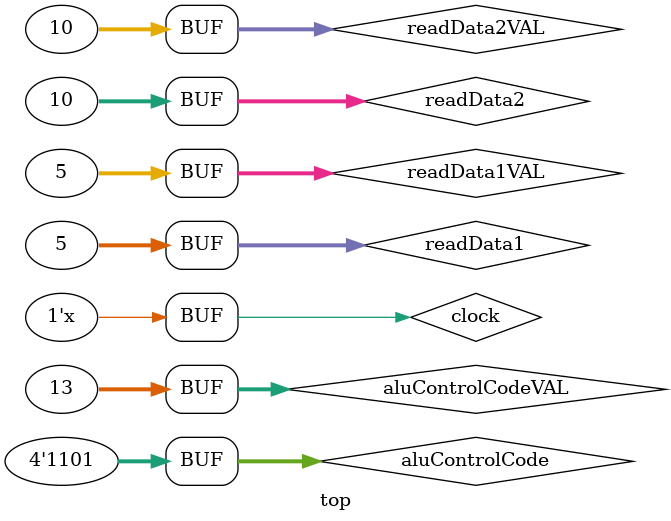
<source format=v>
module top;

    wire [31:0] result;              //ALU result. output from ALU to data cache.
    wire [3:0] aluControlCode;        //ALU control code
    reg clock;                      //clock for entire processor
    wire zeroFlag;                  //zero flag from ALU for use in PC
    wire carryBit;                  //carrybit flag

    wire memWriteFlag;              //flag from Decoder & Control for use in Data Cache
    wire memReadFlag;               //flag from Decoder & Control for use in Data Cache
    wire memToRegFlag;              //flag from Decoder & Control for use in Data Cache
    wire [31:0] readAddress;        //output from PC for use in instruction cache

    wire [31:0] readData;           //doubles as write data for operand prep input
                                    //read data output from data cache

    wire [31:0] instruction;        //instruction value output from instruction cache
    wire unconditionalBranchFlag;   //flag from Decoder & Control for use in PC
    wire branchFlag;                //flag from Decoder & Control for use in PC
    wire aluSRC;                    //flag from Decoder & Control for u1se in ALU
    wire regWriteFlag;              //flag from Decoder & Control for use in PC
    wire [4:0] readRegister1;       //register 1 ID from Decoder & Control to Operand Prep
    wire [4:0] readRegister2;       //register 2 ID from Decoder & Control to Operand Prep
    wire [4:0] writeRegister;       //write register ID from Decoder & Control to Operand Prep

    wire [31:0] readData1;  //input to ALU from operand preperation
    wire [31:0] readData2;  //input to ALU from operand preperation
    wire [31:0] pcOffsetOrig;       //original PC counter. Used in PC and operand preperation. SHOULD THIS BE AN INOUT??Needs to get changed.
    wire [31:0] pcOffsetFilled;     //Sign extended PC offset. NOT SURE HOW THIS IS BEING LINKED
    wire [31:0] pcScaledOffset;     //I DO NOT THINK THAT THIS VARIABLE SHOULD EXIST. SHOULD BE A LOCAL WITHIN PC NOT OUTPUT BACK.


    ALU aluInstance(readData1, readData2, aluControlCode, result, zeroFlag,
        clock, carryBit);
    DataCache dataCacheInstance(memWriteFlag, memReadFlag, memToRegFlag, result,
        readData2, readData, clock);
    Controller controllerInstance(instruction, unconditionalBranchFlag,
        branchFlag, memReadFlag, memToRegFlag, aluControlCode, memWriteFlag, aluSRC,
        regWriteFlag, readRegister1, readRegister2, writeRegister, clock);
    InstructionCache instructionCacheInstance(readAddress, instruction, clock);
    OperationPrep operationPrepInstance(regWriteFlag, readRegister1, readRegister2,
        writeRegister, readData, readData1, readData2, aluSRC, pcOffsetOrig,
        pcOffsetFilled, clock);
    PC pcInstance(branchFlag, unconditionalBranchFlag, zeroFlag, pcOffsetOrig,
        readAddress, pcScaledOffset, clock);



    initial begin
        $monitor("readData1: ", readData1, "\t readData2: ",readData2,"\t aluControlCode: ",aluControlCode,
        "\t result: ",result, "\t zeroFlag ", zeroFlag);
    end
    
    //This is a workaround to couple both inputs AND outputs from modules to a register.
    reg [31:0] readData1VAL;
    reg [31:0] readData2VAL;
    reg [31:0] aluControlCodeVAL;
    assign readData1 = readData1VAL;
    assign readData2 = readData2VAL;
    assign aluControlCode = aluControlCodeVAL;

    //This is the test function all of the #number represents a timing delay
    initial begin
        clock = 0;
        readData1VAL = 15; readData2VAL = 15; aluControlCodeVAL = 2;  //Test the add
        #2 aluControlCodeVAL = 7;                                     //Test the CBZ
        #2 readData1VAL = 10;                                         //change readData1VAL to 10
        #2 aluControlCodeVAL = 3;                                     //Test the subtraction
        #2 readData1VAL = 5;                                          //change readData1VAL to 5
        #2 aluControlCodeVAL = 6;                                     //Test the bitwise AND
        #2 aluControlCodeVAL = 4;                                     //Test the bitwise OR
        #2 readData2VAL = 10;                                         //change readData2 to 10
        #2 aluControlCodeVAL = 9;                                     //Test the bitwise XOR
        #2 aluControlCodeVAL = 5;                                     //Test the NOR
        #2 aluControlCodeVAL = 12;                                    //Test the NAND
        #2 aluControlCodeVAL = 13;                                    //Test the MOV
    end
    always
        #1 clock = ~clock;
endmodule

</source>
